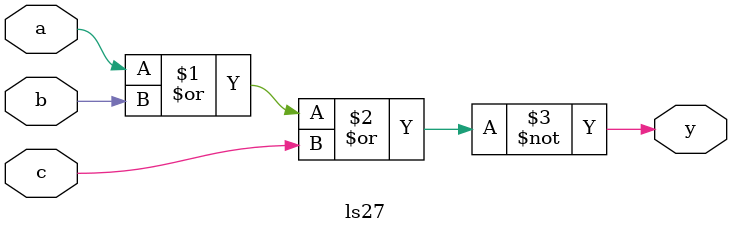
<source format=v>
/*
  MIT License

  Copyright (c) 2019 Richard Eng

  Permission is hereby granted, free of charge, to any person obtaining a copy
  of this software and associated documentation files (the "Software"), to deal
  in the Software without restriction, including without limitation the rights
  to use, copy, modify, merge, publish, distribute, sublicense, and/or sell
  copies of the Software, and to permit persons to whom the Software is
  furnished to do so, subject to the following conditions:

  The above copyright notice and this permission notice shall be included in all
  copies or substantial portions of the Software.

  THE SOFTWARE IS PROVIDED "AS IS", WITHOUT WARRANTY OF ANY KIND, EXPRESS OR
  IMPLIED, INCLUDING BUT NOT LIMITED TO THE WARRANTIES OF MERCHANTABILITY,
  FITNESS FOR A PARTICULAR PURPOSE AND NONINFRINGEMENT. IN NO EVENT SHALL THE
  AUTHORS OR COPYRIGHT HOLDERS BE LIABLE FOR ANY CLAIM, DAMAGES OR OTHER
  LIABILITY, WHETHER IN AN ACTION OF CONTRACT, TORT OR OTHERWISE, ARISING FROM,
  OUT OF OR IN CONNECTION WITH THE SOFTWARE OR THE USE OR OTHER DEALINGS IN THE
  SOFTWARE.
*/

/*
  74LS27
  ------
  Triple 3-Input NOR Gate

  Pinout
  ------
          _______
         |       |
     a1 -| 1  14 |- VCC
     b1 -| 2  13 |- c1
     a2 -| 3  12 |- y1
     b2 -| 4  11 |- c3
     c2 -| 5  10 |- b3
     y2 -| 6   9 |- a3
    GND -| 7   8 |- y3
         |_______|
*/
`default_nettype none

module ls27
(
    input wire  a, b, c,
    output wire y
);

nor(y, a, b, c);

endmodule
`default_nettype wire

</source>
